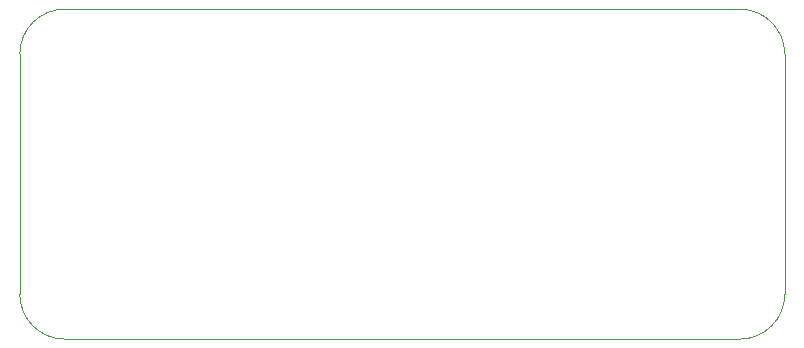
<source format=gbr>
%TF.GenerationSoftware,KiCad,Pcbnew,7.0.5*%
%TF.CreationDate,2023-10-04T22:36:29-05:00*%
%TF.ProjectId,24V Regulator Breakout,32345620-5265-4677-956c-61746f722042,rev?*%
%TF.SameCoordinates,Original*%
%TF.FileFunction,Profile,NP*%
%FSLAX46Y46*%
G04 Gerber Fmt 4.6, Leading zero omitted, Abs format (unit mm)*
G04 Created by KiCad (PCBNEW 7.0.5) date 2023-10-04 22:36:29*
%MOMM*%
%LPD*%
G01*
G04 APERTURE LIST*
%TA.AperFunction,Profile*%
%ADD10C,0.100000*%
%TD*%
G04 APERTURE END LIST*
D10*
X69850000Y-46990000D02*
X127000000Y-46990000D01*
X66040000Y-71120000D02*
G75*
G03*
X69850000Y-74930000I3810000J0D01*
G01*
X69850000Y-46990000D02*
G75*
G03*
X66040000Y-50800000I0J-3810000D01*
G01*
X127000000Y-74930000D02*
G75*
G03*
X130810000Y-71120000I0J3810000D01*
G01*
X130810000Y-50800000D02*
G75*
G03*
X127000000Y-46990000I-3810000J0D01*
G01*
X130810000Y-50800000D02*
X130810000Y-71120000D01*
X127000000Y-74930000D02*
X69850000Y-74930000D01*
X66040000Y-71120000D02*
X66040000Y-50800000D01*
M02*

</source>
